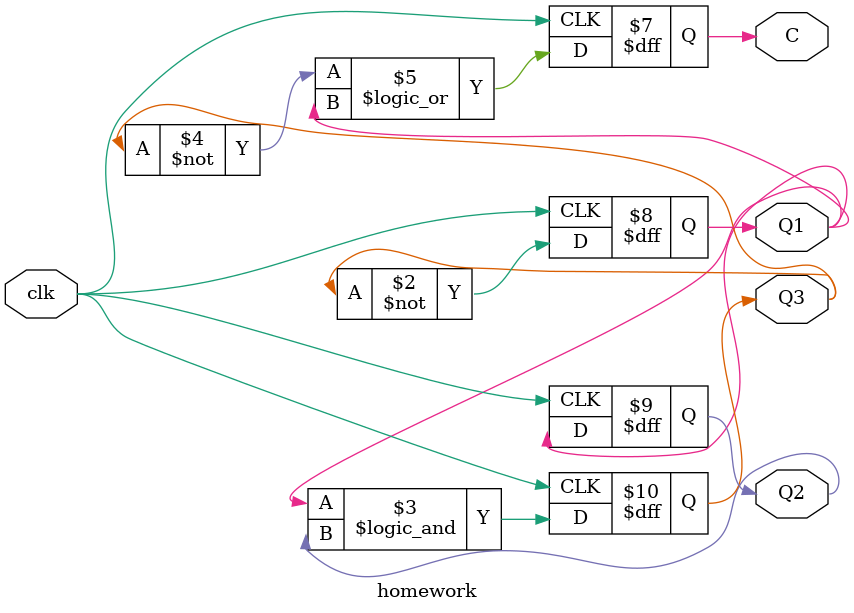
<source format=v>
`timescale 1ns / 1ps
module homework(
	input clk,
	output reg Q1,
	output reg Q2,
	output reg Q3,
	output reg C
    );
	initial begin
		Q1 = 0;
		Q2 = 0;
		Q3 = 0;
		C = 0;
	end
	always @(posedge clk) begin
		Q1 <= ~Q3;
		Q2 <= Q1;
		Q3 <= Q1 && Q2;
		C <= ~Q3 || Q1;
	end


endmodule

</source>
